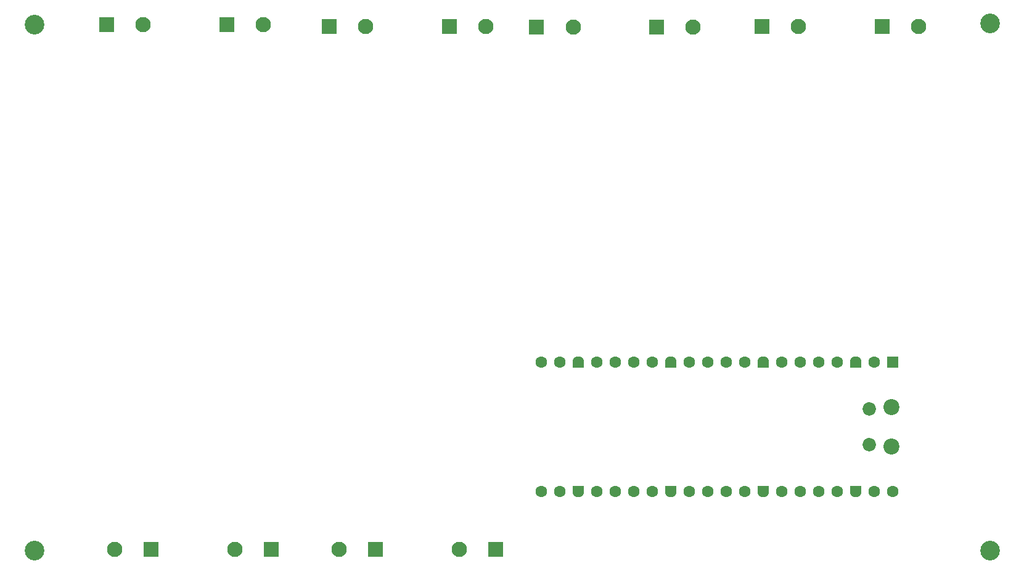
<source format=gbr>
%TF.GenerationSoftware,KiCad,Pcbnew,8.0.1*%
%TF.CreationDate,2025-02-20T00:44:50-08:00*%
%TF.ProjectId,tty2040,74747932-3034-4302-9e6b-696361645f70,a*%
%TF.SameCoordinates,Original*%
%TF.FileFunction,Soldermask,Bot*%
%TF.FilePolarity,Negative*%
%FSLAX46Y46*%
G04 Gerber Fmt 4.6, Leading zero omitted, Abs format (unit mm)*
G04 Created by KiCad (PCBNEW 8.0.1) date 2025-02-20 00:44:50*
%MOMM*%
%LPD*%
G01*
G04 APERTURE LIST*
G04 Aperture macros list*
%AMRoundRect*
0 Rectangle with rounded corners*
0 $1 Rounding radius*
0 $2 $3 $4 $5 $6 $7 $8 $9 X,Y pos of 4 corners*
0 Add a 4 corners polygon primitive as box body*
4,1,4,$2,$3,$4,$5,$6,$7,$8,$9,$2,$3,0*
0 Add four circle primitives for the rounded corners*
1,1,$1+$1,$2,$3*
1,1,$1+$1,$4,$5*
1,1,$1+$1,$6,$7*
1,1,$1+$1,$8,$9*
0 Add four rect primitives between the rounded corners*
20,1,$1+$1,$2,$3,$4,$5,0*
20,1,$1+$1,$4,$5,$6,$7,0*
20,1,$1+$1,$6,$7,$8,$9,0*
20,1,$1+$1,$8,$9,$2,$3,0*%
%AMFreePoly0*
4,1,28,0.605014,0.794986,0.644504,0.794986,0.724698,0.756366,0.780194,0.686777,0.800000,0.600000,0.800000,-0.600000,0.780194,-0.686777,0.724698,-0.756366,0.644504,-0.794986,0.605014,-0.794986,0.600000,-0.800000,0.000000,-0.800000,-0.178017,-0.779942,-0.347107,-0.720775,-0.498792,-0.625465,-0.625465,-0.498792,-0.720775,-0.347107,-0.779942,-0.178017,-0.800000,0.000000,-0.779942,0.178017,
-0.720775,0.347107,-0.625465,0.498792,-0.498792,0.625465,-0.347107,0.720775,-0.178017,0.779942,0.000000,0.800000,0.600000,0.800000,0.605014,0.794986,0.605014,0.794986,$1*%
%AMFreePoly1*
4,1,28,0.178017,0.779942,0.347107,0.720775,0.498792,0.625465,0.625465,0.498792,0.720775,0.347107,0.779942,0.178017,0.800000,0.000000,0.779942,-0.178017,0.720775,-0.347107,0.625465,-0.498792,0.498792,-0.625465,0.347107,-0.720775,0.178017,-0.779942,0.000000,-0.800000,-0.600000,-0.800000,-0.605014,-0.794986,-0.644504,-0.794986,-0.724698,-0.756366,-0.780194,-0.686777,-0.800000,-0.600000,
-0.800000,0.600000,-0.780194,0.686777,-0.724698,0.756366,-0.644504,0.794986,-0.605014,0.794986,-0.600000,0.800000,0.000000,0.800000,0.178017,0.779942,0.178017,0.779942,$1*%
G04 Aperture macros list end*
%ADD10R,2.100000X2.100000*%
%ADD11C,2.100000*%
%ADD12C,2.700000*%
%ADD13C,2.200000*%
%ADD14C,1.850000*%
%ADD15RoundRect,0.200000X-0.600000X0.600000X-0.600000X-0.600000X0.600000X-0.600000X0.600000X0.600000X0*%
%ADD16C,1.600000*%
%ADD17FreePoly0,270.000000*%
%ADD18FreePoly1,270.000000*%
G04 APERTURE END LIST*
D10*
%TO.C,J2*%
X183230000Y-64500000D03*
D11*
X188230000Y-64500000D03*
%TD*%
D10*
%TO.C,J11*%
X130095000Y-136350000D03*
D11*
X125095000Y-136350000D03*
%TD*%
D10*
%TO.C,J10*%
X115770000Y-136350000D03*
D11*
X110770000Y-136350000D03*
%TD*%
D10*
%TO.C,J5*%
X140250000Y-64500000D03*
D11*
X145250000Y-64500000D03*
%TD*%
D12*
%TO.C,H2*%
X83250000Y-64250000D03*
%TD*%
D10*
%TO.C,J1*%
X199730000Y-64500000D03*
D11*
X204730000Y-64500000D03*
%TD*%
D10*
%TO.C,J8*%
X93212500Y-64212500D03*
D11*
X98212500Y-64212500D03*
%TD*%
D10*
%TO.C,J7*%
X109712500Y-64212500D03*
D11*
X114712500Y-64212500D03*
%TD*%
D12*
%TO.C,H1*%
X214500000Y-64000000D03*
%TD*%
%TO.C,H4*%
X83250000Y-136500000D03*
%TD*%
D10*
%TO.C,J9*%
X99270000Y-136350000D03*
D11*
X94270000Y-136350000D03*
%TD*%
D10*
%TO.C,J12*%
X146595000Y-136350000D03*
D11*
X141595000Y-136350000D03*
%TD*%
D10*
%TO.C,J4*%
X152250000Y-64520000D03*
D11*
X157250000Y-64520000D03*
%TD*%
D12*
%TO.C,H3*%
X214500000Y-136500000D03*
%TD*%
D13*
%TO.C,A1*%
X201000000Y-116775000D03*
D14*
X197970000Y-117075000D03*
X197970000Y-121925000D03*
D13*
X201000000Y-122225000D03*
D15*
X201130000Y-110610000D03*
D16*
X198590000Y-110610000D03*
D17*
X196050000Y-110610000D03*
D16*
X193510000Y-110610000D03*
X190970000Y-110610000D03*
X188430000Y-110610000D03*
X185890000Y-110610000D03*
D17*
X183350000Y-110610000D03*
D16*
X180810000Y-110610000D03*
X178270000Y-110610000D03*
X175730000Y-110610000D03*
X173190000Y-110610000D03*
D17*
X170650000Y-110610000D03*
D16*
X168110000Y-110610000D03*
X165570000Y-110610000D03*
X163030000Y-110610000D03*
X160490000Y-110610000D03*
D17*
X157950000Y-110610000D03*
D16*
X155410000Y-110610000D03*
X152870000Y-110610000D03*
X152870000Y-128390000D03*
X155410000Y-128390000D03*
D18*
X157950000Y-128390000D03*
D16*
X160490000Y-128390000D03*
X163030000Y-128390000D03*
X165570000Y-128390000D03*
X168110000Y-128390000D03*
D18*
X170650000Y-128390000D03*
D16*
X173190000Y-128390000D03*
X175730000Y-128390000D03*
X178270000Y-128390000D03*
X180810000Y-128390000D03*
D18*
X183350000Y-128390000D03*
D16*
X185890000Y-128390000D03*
X188430000Y-128390000D03*
X190970000Y-128390000D03*
X193510000Y-128390000D03*
D18*
X196050000Y-128390000D03*
D16*
X198590000Y-128390000D03*
X201130000Y-128390000D03*
%TD*%
D10*
%TO.C,J3*%
X168750000Y-64520000D03*
D11*
X173750000Y-64520000D03*
%TD*%
D10*
%TO.C,J6*%
X123750000Y-64500000D03*
D11*
X128750000Y-64500000D03*
%TD*%
M02*

</source>
